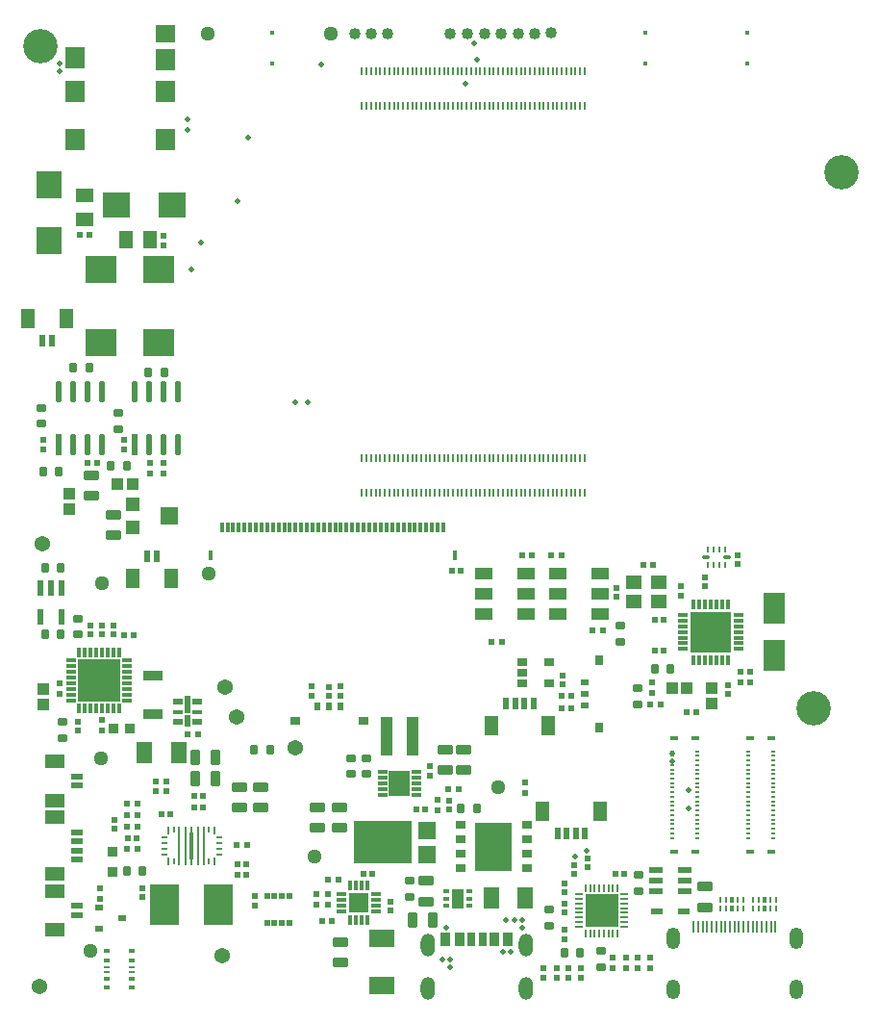
<source format=gts>
%FSTAX23Y23*%
%MOIN*%
%SFA1B1*%

%IPPOS*%
%AMD112*
4,1,8,0.008300,0.010200,-0.008300,0.010200,-0.011200,0.007300,-0.011200,-0.007300,-0.008300,-0.010200,0.008300,-0.010200,0.011200,-0.007300,0.011200,0.007300,0.008300,0.010200,0.0*
1,1,0.005800,0.008300,0.007300*
1,1,0.005800,-0.008300,0.007300*
1,1,0.005800,-0.008300,-0.007300*
1,1,0.005800,0.008300,-0.007300*
%
%AMD122*
4,1,8,0.013400,-0.011700,0.013400,0.011700,0.009800,0.015300,-0.009800,0.015300,-0.013400,0.011700,-0.013400,-0.011700,-0.009800,-0.015300,0.009800,-0.015300,0.013400,-0.011700,0.0*
1,1,0.007200,0.009800,-0.011700*
1,1,0.007200,0.009800,0.011700*
1,1,0.007200,-0.009800,0.011700*
1,1,0.007200,-0.009800,-0.011700*
%
%AMD123*
4,1,8,-0.015300,0.021900,-0.015300,-0.021900,-0.011200,-0.026000,0.011200,-0.026000,0.015300,-0.021900,0.015300,0.021900,0.011200,0.026000,-0.011200,0.026000,-0.015300,0.021900,0.0*
1,1,0.008200,-0.011200,0.021900*
1,1,0.008200,-0.011200,-0.021900*
1,1,0.008200,0.011200,-0.021900*
1,1,0.008200,0.011200,0.021900*
%
%AMD124*
4,1,8,0.011700,0.013400,-0.011700,0.013400,-0.015300,0.009800,-0.015300,-0.009800,-0.011700,-0.013400,0.011700,-0.013400,0.015300,-0.009800,0.015300,0.009800,0.011700,0.013400,0.0*
1,1,0.007200,0.011700,0.009800*
1,1,0.007200,-0.011700,0.009800*
1,1,0.007200,-0.011700,-0.009800*
1,1,0.007200,0.011700,-0.009800*
%
%AMD127*
4,1,8,-0.011000,0.026100,-0.011000,-0.026100,0.000000,-0.037200,0.000000,-0.037200,0.011000,-0.026100,0.011000,0.026100,0.000000,0.037200,0.000000,0.037200,-0.011000,0.026100,0.0*
1,1,0.022200,0.000000,0.026100*
1,1,0.022200,0.000000,-0.026100*
1,1,0.022200,0.000000,-0.026100*
1,1,0.022200,0.000000,0.026100*
%
%AMD152*
4,1,8,-0.021900,-0.015300,0.021900,-0.015300,0.026000,-0.011200,0.026000,0.011200,0.021900,0.015300,-0.021900,0.015300,-0.026000,0.011200,-0.026000,-0.011200,-0.021900,-0.015300,0.0*
1,1,0.008200,-0.021900,-0.011200*
1,1,0.008200,0.021900,-0.011200*
1,1,0.008200,0.021900,0.011200*
1,1,0.008200,-0.021900,0.011200*
%
%AMD157*
4,1,8,0.010200,-0.008300,0.010200,0.008300,0.007300,0.011200,-0.007300,0.011200,-0.010200,0.008300,-0.010200,-0.008300,-0.007300,-0.011200,0.007300,-0.011200,0.010200,-0.008300,0.0*
1,1,0.005800,0.007300,-0.008300*
1,1,0.005800,0.007300,0.008300*
1,1,0.005800,-0.007300,0.008300*
1,1,0.005800,-0.007300,-0.008300*
%
%AMD173*
4,1,8,0.012200,-0.004000,0.012200,0.004000,0.009900,0.006300,-0.009900,0.006300,-0.012200,0.004000,-0.012200,-0.004000,-0.009900,-0.006300,0.009900,-0.006300,0.012200,-0.004000,0.0*
1,1,0.004600,0.009900,-0.004000*
1,1,0.004600,0.009900,0.004000*
1,1,0.004600,-0.009900,0.004000*
1,1,0.004600,-0.009900,-0.004000*
%
%AMD174*
4,1,8,0.001900,0.011200,-0.001900,0.011200,-0.004300,0.008800,-0.004300,-0.008800,-0.001900,-0.011200,0.001900,-0.011200,0.004300,-0.008800,0.004300,0.008800,0.001900,0.011200,0.0*
1,1,0.004800,0.001900,0.008800*
1,1,0.004800,-0.001900,0.008800*
1,1,0.004800,-0.001900,-0.008800*
1,1,0.004800,0.001900,-0.008800*
%
%ADD25R,0.031500X0.023600*%
%ADD106C,0.054000*%
%ADD107C,0.050800*%
%ADD108R,0.028300X0.048000*%
%ADD109R,0.032300X0.048000*%
%ADD110R,0.036200X0.048000*%
%ADD111R,0.093300X0.089400*%
G04~CAMADD=112~8~0.0~0.0~224.0~205.0~29.0~0.0~15~0.0~0.0~0.0~0.0~0~0.0~0.0~0.0~0.0~0~0.0~0.0~0.0~0.0~224.0~205.0*
%ADD112D112*%
%ADD113R,0.024400X0.014600*%
%ADD114R,0.044100X0.067700*%
%ADD115R,0.063800X0.040200*%
%ADD116R,0.023600X0.022000*%
%ADD117R,0.012600X0.032300*%
%ADD118R,0.016500X0.032300*%
%ADD119R,0.087400X0.059800*%
%ADD120R,0.022000X0.023600*%
%ADD121R,0.039600X0.020100*%
G04~CAMADD=122~8~0.0~0.0~307.0~268.0~36.0~0.0~15~0.0~0.0~0.0~0.0~0~0.0~0.0~0.0~0.0~0~0.0~0.0~0.0~270.0~268.0~306.0*
%ADD122D122*%
G04~CAMADD=123~8~0.0~0.0~520.0~307.0~41.0~0.0~15~0.0~0.0~0.0~0.0~0~0.0~0.0~0.0~0.0~0~0.0~0.0~0.0~90.0~306.0~519.0*
%ADD123D123*%
G04~CAMADD=124~8~0.0~0.0~307.0~268.0~36.0~0.0~15~0.0~0.0~0.0~0.0~0~0.0~0.0~0.0~0.0~0~0.0~0.0~0.0~0.0~307.0~268.0*
%ADD124D124*%
%ADD125R,0.048000X0.048000*%
%ADD126R,0.059800X0.063800*%
G04~CAMADD=127~8~0.0~0.0~744.0~221.0~111.0~0.0~15~0.0~0.0~0.0~0.0~0~0.0~0.0~0.0~0.0~0~0.0~0.0~0.0~90.0~222.0~743.0*
%ADD127D127*%
%ADD128R,0.022100X0.074400*%
%ADD129R,0.010600X0.021500*%
%ADD130R,0.010600X0.024400*%
%ADD131R,0.024400X0.010600*%
%ADD132R,0.010600X0.134600*%
%ADD133R,0.010600X0.026400*%
%ADD134R,0.013800X0.093700*%
%ADD135R,0.040200X0.020500*%
%ADD136R,0.067700X0.048000*%
%ADD137R,0.028300X0.036200*%
%ADD138R,0.028300X0.024400*%
%ADD139R,0.036200X0.028300*%
%ADD140R,0.024400X0.028300*%
%ADD141R,0.012600X0.034300*%
%ADD142R,0.034300X0.012600*%
%ADD143R,0.146500X0.146500*%
%ADD144R,0.065700X0.063800*%
%ADD145R,0.065700X0.071700*%
%ADD146C,0.040200*%
%ADD147R,0.048000X0.067700*%
%ADD148R,0.020500X0.040200*%
%ADD149R,0.055900X0.048000*%
%ADD150R,0.073600X0.111000*%
%ADD151R,0.111000X0.095300*%
G04~CAMADD=152~8~0.0~0.0~520.0~307.0~41.0~0.0~15~0.0~0.0~0.0~0.0~0~0.0~0.0~0.0~0.0~0~0.0~0.0~0.0~180.0~520.0~306.0*
%ADD152D152*%
%ADD153R,0.038500X0.044300*%
%ADD154R,0.024400X0.016500*%
%ADD155R,0.024400X0.008700*%
%ADD156R,0.008700X0.028300*%
G04~CAMADD=157~8~0.0~0.0~224.0~205.0~29.0~0.0~15~0.0~0.0~0.0~0.0~0~0.0~0.0~0.0~0.0~0~0.0~0.0~0.0~270.0~204.0~224.0*
%ADD157D157*%
%ADD158R,0.030300X0.012600*%
%ADD159R,0.017300X0.009800*%
%ADD160R,0.059800X0.048000*%
%ADD161R,0.089400X0.093300*%
%ADD162R,0.067700X0.032300*%
%ADD163R,0.008700X0.030300*%
%ADD164R,0.030300X0.008700*%
%ADD165R,0.032300X0.012600*%
%ADD166R,0.032300X0.020500*%
%ADD167R,0.131500X0.166100*%
%ADD168R,0.048000X0.024400*%
%ADD169R,0.024400X0.055900*%
%ADD170R,0.009800X0.040200*%
%ADD171R,0.053900X0.073600*%
%ADD172R,0.044300X0.038500*%
G04~CAMADD=173~8~0.0~0.0~126.0~244.0~23.0~0.0~15~0.0~0.0~0.0~0.0~0~0.0~0.0~0.0~0.0~0~0.0~0.0~0.0~270.0~244.0~126.0*
%ADD173D173*%
G04~CAMADD=174~8~0.0~0.0~87.0~224.0~24.0~0.0~15~0.0~0.0~0.0~0.0~0~0.0~0.0~0.0~0.0~0~0.0~0.0~0.0~0.0~87.0~224.0*
%ADD174D174*%
%ADD175R,0.142500X0.142500*%
%ADD176R,0.032300X0.030300*%
%ADD177R,0.034300X0.034300*%
%ADD178R,0.016500X0.023000*%
%ADD179R,0.071700X0.089400*%
%ADD180R,0.008700X0.023000*%
%ADD181R,0.032300X0.032300*%
%ADD182R,0.020500X0.059100*%
%ADD183R,0.070100X0.070100*%
%ADD184R,0.048000X0.059800*%
%ADD185R,0.039400X0.134600*%
%ADD186R,0.019300X0.020100*%
%ADD187R,0.099200X0.142500*%
%ADD188R,0.061400X0.063800*%
%ADD189R,0.200000X0.150400*%
%ADD190R,0.113000X0.113000*%
%ADD191R,0.057900X0.071700*%
%ADD192R,0.036200X0.026400*%
%ADD193O,0.050000X0.079500*%
%ADD194C,0.016500*%
%ADD195C,0.000800*%
%ADD196O,0.048000X0.067700*%
%ADD197O,0.048000X0.075600*%
%ADD198C,0.118900*%
%ADD199C,0.018500*%
%LNmain_board-1*%
%LPD*%
G54D25*
X02748Y01413D03*
X02668Y01376D03*
Y0145D03*
G54D106*
X0247Y02712D03*
X03103Y02213D03*
X03142Y02112D03*
X03092Y01285D03*
X02459Y01178D03*
X03346Y02003D03*
G54D107*
X02637Y013D03*
X03413Y01627D03*
X03469Y04476D03*
X02676Y02575D03*
X03043Y04476D03*
X02675Y01968D03*
X03047Y02606D03*
X04051Y01866D03*
G54D108*
X03956Y0134D03*
X03996D03*
G54D109*
X04036Y0134D03*
X03916D03*
G54D110*
X03868Y0134D03*
X04084D03*
G54D111*
X02919Y03883D03*
X02726D03*
G54D112*
X02669Y01482D03*
Y01517D03*
X03503Y02218D03*
Y02183D03*
X03402Y02218D03*
Y02183D03*
X02531Y02192D03*
Y02228D03*
X04338Y01242D03*
X04252D03*
X04208D03*
X02865Y01889D03*
X04145Y01848D03*
X04889Y02232D03*
X04145Y01883D03*
X04535Y01277D03*
X04578D03*
X04492D03*
X04448D03*
X04295Y01242D03*
X04582Y0223D03*
X04925Y02232D03*
X04684Y02565D03*
X03841Y01789D03*
X02889Y03779D03*
X04208Y01206D03*
X04338D03*
X04448Y01242D03*
X04578D03*
X03208Y01456D03*
X0342Y01498D03*
X02842Y0299D03*
X03841Y01824D03*
X0346Y01498D03*
X04252Y01206D03*
X04295D03*
X04535Y01242D03*
X04492D03*
X029Y01854D03*
X02865D03*
X02842Y02954D03*
X02889D03*
Y03744D03*
X0346Y01462D03*
X0342D03*
X04684Y0253D03*
X04889Y02267D03*
X04925D03*
X02889Y0299D03*
X02677Y021D03*
Y02065D03*
X04582Y02194D03*
X03208Y01492D03*
X029Y01889D03*
G54D113*
X03869Y01507D03*
Y01482D03*
Y01456D03*
X03951D03*
Y01482D03*
Y01507D03*
G54D114*
X0391Y01482D03*
G54D115*
X04146Y02538D03*
X04001D03*
Y02469D03*
X04146D03*
X04001Y02607D03*
X04146D03*
X04402D03*
Y02469D03*
X04256Y02538D03*
Y02469D03*
Y02607D03*
X04402Y02538D03*
G54D116*
X0392Y02618D03*
X0389D03*
X02768Y01692D03*
X03176Y01602D03*
X04592Y02342D03*
X04593Y02448D03*
X04555Y02638D03*
X03798Y01791D03*
X04487Y01566D03*
X02996Y01799D03*
X03026Y01838D03*
X03613Y01568D03*
X03146Y01602D03*
Y01563D03*
X02798Y01692D03*
X03768Y01791D03*
X03582Y01568D03*
X02913Y01775D03*
X02882D03*
X03176Y01563D03*
X04457Y01566D03*
X04586Y02638D03*
X03026Y01799D03*
X02996Y01838D03*
X04623Y02342D03*
X04624Y02448D03*
G54D117*
X03761Y02769D03*
X03742D03*
X0323D03*
X03289D03*
X03781D03*
X03722D03*
X03702D03*
X03683D03*
X03663D03*
X03643D03*
X0325D03*
X0386D03*
X0382D03*
X03309D03*
X03171D03*
X03466D03*
X03446D03*
X03427D03*
X03407D03*
X03387D03*
X03368D03*
X03348D03*
X03328D03*
X0321D03*
X03624D03*
X03604D03*
X03584D03*
X03564D03*
X03545D03*
X03525D03*
X03505D03*
X03486D03*
X03801D03*
X0384D03*
X03269D03*
X03092D03*
X03112D03*
X03131D03*
X03151D03*
X0319D03*
X03596Y01409D03*
X03576D03*
Y01527D03*
X03537Y01409D03*
Y01527D03*
X03557D03*
X03596D03*
X03557Y01409D03*
G54D118*
X03053Y0267D03*
X03899D03*
G54D119*
X03648Y0118D03*
Y01345D03*
G54D120*
X0436Y01622D03*
Y01591D03*
X04279Y01342D03*
Y01373D03*
X03464Y02215D03*
Y02185D03*
X03815Y01909D03*
Y0194D03*
X04315Y01566D03*
Y01597D03*
X04275Y02225D03*
X04881Y0267D03*
X02637Y02398D03*
X04881Y0264D03*
X0272Y01755D03*
X04847Y0219D03*
X0446Y02557D03*
X04767Y02594D03*
X02677Y02428D03*
X02637Y02428D03*
X02472Y03039D03*
X02716Y02428D03*
X02752Y03039D03*
X04279Y01433D03*
Y01535D03*
X03881Y01791D03*
X04275Y02255D03*
X02594Y02063D03*
X02716Y02398D03*
X0272Y01725D03*
X02677Y02397D03*
X02818Y01519D03*
X03881Y01822D03*
X03677Y01441D03*
Y01472D03*
X04847Y0222D03*
X02472Y0307D03*
X02752Y0307D03*
X02818Y01488D03*
X0446Y02527D03*
X02594Y02094D03*
X04767Y02563D03*
X04279Y01464D03*
Y01504D03*
G54D121*
X046Y01437D03*
X04692D03*
G54D122*
X0428Y01295D03*
X04335D03*
X03204Y01996D03*
X03259D03*
X02535Y02397D03*
X04592Y02279D03*
X0248Y02397D03*
Y02626D03*
X02708Y0298D03*
X02633Y03322D03*
X02893Y03304D03*
X02763Y01578D03*
X02818D03*
X02578Y03322D03*
X02838Y03304D03*
X02763Y0298D03*
X04647Y02279D03*
X02535Y02626D03*
X03976Y01795D03*
X03921D03*
X02472Y0296D03*
X02527D03*
G54D123*
X03752Y01409D03*
X03822D03*
X03Y01972D03*
X0307D03*
Y01897D03*
X03D03*
G54D124*
X04408Y013D03*
Y01245D03*
X04534Y02155D03*
Y0221D03*
X04474Y02426D03*
Y02371D03*
X04537Y01507D03*
X02594Y02397D03*
X03539Y01968D03*
X03594D03*
X03744Y01488D03*
X02594Y02452D03*
X04228Y01389D03*
X04537Y01563D03*
X02539Y02039D03*
X02734Y03109D03*
X02468Y03126D03*
X03744Y01543D03*
X03539Y01913D03*
X03594D03*
X02539Y02094D03*
X04228Y01444D03*
X02468Y03181D03*
X02734Y03164D03*
G54D125*
X02783Y02846D03*
Y02767D03*
G54D126*
X02911Y02807D03*
G54D127*
X02941Y03054D03*
X02891Y03236D03*
X02841Y03054D03*
X02891D03*
X02841Y03236D03*
X02791D03*
X02941D03*
X02677Y03055D03*
X02627Y03237D03*
Y03055D03*
X02577Y03237D03*
Y03055D03*
X02527Y03237D03*
X02677D03*
G54D128*
X02791Y03054D03*
X02527Y03055D03*
G54D129*
X02988Y01608D03*
Y01722D03*
G54D130*
X03048Y0161D03*
X02927D03*
Y0172D03*
X03048D03*
G54D131*
X02893Y01635D03*
Y01655D03*
Y01675D03*
Y01694D03*
X03082D03*
Y01675D03*
Y01655D03*
Y01635D03*
G54D132*
X02945Y01665D03*
X02966D03*
X03009D03*
X0303D03*
G54D133*
X02907Y01611D03*
X03068D03*
Y01719D03*
X02907D03*
G54D134*
X02988Y01665D03*
G54D135*
X0259Y01905D03*
Y01874D03*
Y01618D03*
Y01649D03*
Y01681D03*
Y01712D03*
Y01456D03*
Y01425D03*
G54D136*
X02513Y01956D03*
Y01822D03*
Y01566D03*
Y01763D03*
Y01374D03*
Y01507D03*
G54D137*
X04401Y02073D03*
Y02309D03*
G54D138*
X04351Y02152D03*
X04351Y02191D03*
X04351Y0223D03*
G54D139*
X03347Y02098D03*
X03583D03*
G54D140*
X03425Y02147D03*
X03465Y02147D03*
X03504Y02147D03*
G54D141*
X02736Y02141D03*
Y02334D03*
X02696D03*
X02598Y02141D03*
Y02334D03*
X02618D03*
X02677Y02141D03*
X02716Y02334D03*
X02657D03*
X02618Y02141D03*
X02677Y02334D03*
X02637Y02141D03*
Y02334D03*
X02657Y02141D03*
X02696D03*
X02716D03*
X04748Y02309D03*
X04807D03*
X04787Y02502D03*
X04807D03*
X04728Y02309D03*
Y02502D03*
X04748D03*
X04826D03*
X04846D03*
X04787Y02309D03*
X04767D03*
X04846D03*
X04767Y02502D03*
X04826Y02309D03*
G54D142*
X02763Y02169D03*
Y02189D03*
Y02208D03*
Y02228D03*
Y02248D03*
Y02267D03*
X0257D03*
X02763Y02307D03*
Y02287D03*
X0257Y02307D03*
Y02189D03*
Y02287D03*
Y02169D03*
Y02248D03*
Y02228D03*
Y02208D03*
X0469Y02366D03*
Y02385D03*
X04883D03*
Y02405D03*
Y02444D03*
Y02464D03*
X0469D03*
X04883Y02346D03*
Y02366D03*
Y02425D03*
X0469Y02405D03*
Y02425D03*
Y02444D03*
Y02346D03*
G54D143*
X02667Y02238D03*
G54D144*
X02897Y04479D03*
G54D145*
X02584Y04111D03*
Y04276D03*
Y04395D03*
X02897Y04111D03*
Y04276D03*
Y04389D03*
G54D146*
X0406Y04478D03*
X03552Y04478D03*
X04002D03*
X04119D03*
X03885D03*
X04177Y04479D03*
X03943Y04478D03*
X0361Y04478D03*
X04235Y0448D03*
X03668Y04478D03*
G54D147*
X0242Y03492D03*
X02553D03*
X04026Y0208D03*
X04223D03*
X04402Y01785D03*
X04205D03*
X02917Y02592D03*
X02783D03*
G54D148*
X02471Y03415D03*
X02502D03*
X04077Y02157D03*
X04109D03*
X0414D03*
X04172D03*
X04351Y01708D03*
X0432D03*
X04288D03*
X04257D03*
X02834Y02669D03*
X02866D03*
X02974Y02096D03*
G54D149*
X04519Y0251D03*
X04606Y02577D03*
X04519D03*
X04606Y0251D03*
G54D150*
X05007Y02324D03*
Y02486D03*
G54D151*
X02673Y03661D03*
Y03409D03*
X02874D03*
Y03661D03*
G54D152*
X02641Y02948D03*
Y02878D03*
X03227Y01799D03*
Y01869D03*
X03866Y01929D03*
Y01999D03*
X02716Y02811D03*
X04767Y01452D03*
X03929Y01929D03*
X04767Y01523D03*
X03425Y01798D03*
X035D03*
X03799Y01472D03*
X02716Y0274D03*
X03929Y01999D03*
X03152Y01869D03*
X03799Y01543D03*
X03425Y01728D03*
X035D03*
X03152Y01799D03*
X03503Y01332D03*
Y01261D03*
G54D153*
X02563Y02883D03*
Y0283D03*
X02475Y02207D03*
Y02154D03*
X04791Y02159D03*
Y02212D03*
G54D154*
X02692Y01268D03*
X02779Y01301D03*
Y01268D03*
Y01205D03*
Y01173D03*
X02692D03*
Y01301D03*
Y01205D03*
G54D155*
X02779Y01245D03*
X02692D03*
Y01229D03*
X02779D03*
G54D156*
X04224Y02888D03*
X0424D03*
X03594Y04227D03*
Y04348D03*
X0361Y04227D03*
Y04348D03*
X03626Y04227D03*
Y04348D03*
X03641Y04227D03*
Y04348D03*
X03657Y04227D03*
Y04348D03*
X03673Y04227D03*
Y04348D03*
X03689Y04227D03*
Y04348D03*
X03704Y04227D03*
Y04348D03*
X0372Y04227D03*
Y04348D03*
X03736Y04227D03*
Y04348D03*
X03752Y04227D03*
Y04348D03*
X03767Y04227D03*
Y04348D03*
X03783Y04227D03*
Y04348D03*
X03799Y04227D03*
Y04348D03*
X03815Y04227D03*
Y04348D03*
X0383Y04227D03*
Y04348D03*
X03846Y04227D03*
Y04348D03*
X03862Y04227D03*
Y04348D03*
X03878Y04227D03*
Y04348D03*
X03893Y04227D03*
Y04348D03*
X03909Y04227D03*
Y04348D03*
X03925Y04227D03*
Y04348D03*
X0394Y04227D03*
Y04348D03*
X03956Y04227D03*
Y04348D03*
X03972Y04227D03*
Y04348D03*
X03988Y04227D03*
Y04348D03*
X04003Y04227D03*
Y04348D03*
X04019Y04227D03*
Y04348D03*
X04035Y04227D03*
Y04348D03*
X04051Y04227D03*
Y04348D03*
X04066Y04227D03*
Y04348D03*
X04082Y04227D03*
Y04348D03*
X03878Y02888D03*
Y03009D03*
X03893Y02888D03*
Y03009D03*
X03909Y02888D03*
Y03009D03*
X03925Y02888D03*
Y03009D03*
X0394Y02888D03*
Y03009D03*
X03956Y02888D03*
Y03009D03*
X03972Y02888D03*
Y03009D03*
X03988Y02888D03*
Y03009D03*
X04003Y02888D03*
Y03009D03*
X04019Y02888D03*
Y03009D03*
X04035Y02888D03*
Y03009D03*
X04051Y02888D03*
Y03009D03*
X04066Y02888D03*
Y03009D03*
X04082Y02888D03*
Y03009D03*
X04098Y02888D03*
Y03009D03*
X04114Y02888D03*
Y03009D03*
X04129Y02888D03*
Y03009D03*
X04145Y02888D03*
Y03009D03*
X04161Y02888D03*
Y03009D03*
X04177Y02888D03*
Y03009D03*
X04192Y02888D03*
Y03009D03*
X04208Y02888D03*
Y03009D03*
X04224D03*
X0424D03*
X04255Y02888D03*
Y03009D03*
X04271Y02888D03*
Y03009D03*
X04287Y02888D03*
Y03009D03*
X04303Y02888D03*
Y03009D03*
X04318Y02888D03*
Y03009D03*
X04334Y02888D03*
Y03009D03*
X0435Y02888D03*
Y03009D03*
X03578Y04227D03*
Y04348D03*
Y02888D03*
Y03009D03*
X03594Y02888D03*
Y03009D03*
X0361Y02888D03*
Y03009D03*
X03626Y02888D03*
Y03009D03*
X03641Y02888D03*
Y03009D03*
X03657Y02888D03*
Y03009D03*
X03673Y02888D03*
Y03009D03*
X03689Y02888D03*
Y03009D03*
X03704Y02888D03*
Y03009D03*
X0372Y02888D03*
Y03009D03*
X03736Y02888D03*
Y03009D03*
X03752Y02888D03*
Y03009D03*
X03767Y02888D03*
Y03009D03*
X03783Y02888D03*
Y03009D03*
X03799Y02888D03*
Y03009D03*
X03815Y02888D03*
Y03009D03*
X0383Y02888D03*
Y03009D03*
X03846Y02888D03*
Y03009D03*
X03862Y02888D03*
Y03009D03*
X04098Y04227D03*
Y04348D03*
X04114Y04227D03*
Y04348D03*
X04129Y04227D03*
Y04348D03*
X04145Y04227D03*
Y04348D03*
X04161Y04227D03*
Y04348D03*
X04177Y04227D03*
Y04348D03*
X04192Y04227D03*
Y04348D03*
X04208Y04227D03*
Y04348D03*
X0435D03*
Y04227D03*
X04334Y04348D03*
Y04227D03*
X04318Y04348D03*
Y04227D03*
X04303Y04348D03*
Y04227D03*
X04287Y04348D03*
Y04227D03*
X04271Y04348D03*
Y04227D03*
X04255Y04348D03*
Y04227D03*
X0424Y04348D03*
Y04227D03*
X04224Y04348D03*
Y04227D03*
G54D157*
X04269Y02185D03*
X04305D03*
X02765Y01811D03*
X04305Y02141D03*
X03913Y01862D03*
X03009Y02051D03*
X04614Y02153D03*
X04168Y02672D03*
X04235D03*
X02765Y01771D03*
X0318Y01666D03*
X02765Y01653D03*
X04412Y02412D03*
X04702Y02126D03*
X02599Y03781D03*
X04064Y0237D03*
X04269Y02141D03*
X03439Y01405D03*
X03461Y01549D03*
X02752Y02393D03*
X02765Y01732D03*
X02801D03*
X03878Y01862D03*
X02661Y02992D03*
X02634Y03781D03*
X04376Y02412D03*
X04028Y0237D03*
X0427Y02672D03*
X04132D03*
X04738Y02126D03*
X02626Y02992D03*
X03144Y01666D03*
X02787Y02393D03*
X02801Y01653D03*
Y01771D03*
Y01811D03*
X03474Y01405D03*
X03497Y01549D03*
X04578Y02153D03*
X02974Y02051D03*
G54D158*
X04924Y01645D03*
X04997D03*
X04924Y02039D03*
X04997D03*
X0466Y01645D03*
X04733D03*
X0466Y02039D03*
X04733D03*
G54D159*
X04917Y01976D03*
Y01992D03*
X05003Y01976D03*
Y01992D03*
X04917Y01724D03*
Y0174D03*
X05003Y01692D03*
Y01708D03*
X04917Y01818D03*
Y01755D03*
Y01866D03*
Y01913D03*
Y0196D03*
X05003Y01913D03*
Y01881D03*
Y01897D03*
Y0196D03*
Y01944D03*
Y01929D03*
X04917Y0185D03*
X05003Y01787D03*
Y01803D03*
Y0174D03*
Y01724D03*
Y01755D03*
Y01771D03*
Y01834D03*
Y0185D03*
X04917Y01881D03*
Y01897D03*
Y01929D03*
Y01944D03*
Y01803D03*
Y01771D03*
Y01787D03*
Y01834D03*
Y01708D03*
X05003Y01866D03*
Y01818D03*
X04917Y01692D03*
X04654Y01976D03*
X0474D03*
X04654Y01992D03*
X0474D03*
X04654Y01944D03*
Y0196D03*
X0474Y01929D03*
Y01944D03*
Y01881D03*
Y01897D03*
X04654Y01692D03*
Y01708D03*
Y01803D03*
Y01787D03*
X0474Y01755D03*
Y0174D03*
Y01803D03*
Y01834D03*
Y01818D03*
Y01787D03*
Y01771D03*
X04654Y01913D03*
Y01929D03*
Y01866D03*
X0474Y0185D03*
Y01866D03*
X04654Y01881D03*
Y01897D03*
X0474Y0196D03*
Y01913D03*
X04654Y01724D03*
Y01755D03*
Y01771D03*
Y01834D03*
Y0185D03*
Y0174D03*
X0474Y01692D03*
Y01708D03*
Y01724D03*
X04654Y01818D03*
G54D160*
X02618Y03835D03*
Y03918D03*
G54D161*
X02492Y03761D03*
Y03954D03*
G54D162*
X02854Y02122D03*
Y02255D03*
G54D163*
X04433Y01362D03*
X04464Y01519D03*
X04448D03*
X0437Y01362D03*
X04385D03*
X04417D03*
X04448D03*
X04354Y01519D03*
X04417D03*
X04401D03*
X04385D03*
X0437D03*
X04464Y01362D03*
X04401D03*
X04354D03*
X04433Y01519D03*
G54D164*
X04488Y01401D03*
Y01448D03*
X0433Y01401D03*
Y01496D03*
X04488D03*
Y0148D03*
Y01417D03*
Y01464D03*
Y01433D03*
Y01385D03*
X0433Y01448D03*
Y01433D03*
Y01417D03*
Y0148D03*
Y01464D03*
Y01385D03*
G54D165*
X03007Y02129D03*
X03507Y01498D03*
Y01439D03*
X03649Y01842D03*
X03767Y01901D03*
X03649Y01881D03*
X0294Y02129D03*
X03649Y01862D03*
X03767D03*
X03507Y01478D03*
X03767Y01881D03*
Y01842D03*
X03626Y01498D03*
Y01439D03*
Y01458D03*
Y01478D03*
X03507Y01458D03*
X03767Y01921D03*
X03649D03*
Y01901D03*
G54D166*
X03007Y02165D03*
X0294D03*
Y02094D03*
X03007D03*
G54D167*
X04035Y01661D03*
G54D168*
X04696Y01545D03*
Y01582D03*
X04598D03*
Y01507D03*
X04696D03*
X04598Y01545D03*
G54D169*
X02462Y02458D03*
X02537D03*
X025Y02557D03*
X02537D03*
X02462D03*
G54D170*
X04759Y01384D03*
X04744D03*
X04807D03*
X04822D03*
X0487D03*
X04964D03*
X04917D03*
X05011D03*
X04996D03*
X0498D03*
X04948D03*
X04933D03*
X04901D03*
X04885D03*
X04854D03*
X04838D03*
X04775D03*
X04791D03*
X04728D03*
G54D171*
X02822Y01988D03*
X02942D03*
G54D172*
X0273Y02917D03*
X04705Y02212D03*
X02783Y02917D03*
X04652Y02212D03*
G54D173*
X04842Y02665D03*
X04771D03*
G54D174*
X04777Y02638D03*
X04836D03*
X04816D03*
X04797D03*
Y02691D03*
X04777D03*
X04836D03*
X04816D03*
G54D175*
X04787Y02405D03*
G54D176*
X04149Y01586D03*
X03921D03*
Y01736D03*
Y01686D03*
Y01636D03*
X04149D03*
Y01686D03*
Y01736D03*
G54D177*
X02712Y01644D03*
Y01575D03*
G54D178*
X0486Y01446D03*
Y01479D03*
X04974D03*
Y01446D03*
G54D179*
X03708Y01881D03*
G54D180*
X04935Y01479D03*
X04899D03*
X04879D03*
X0484D03*
X0482D03*
X05013Y01446D03*
X04994D03*
X04954D03*
X04935D03*
X04899D03*
X04879D03*
X0484D03*
X0482D03*
X05013Y01479D03*
X04994D03*
X04954D03*
G54D181*
X02775Y0207D03*
X02716D03*
G54D182*
X02974Y02153D03*
G54D183*
X03566Y01468D03*
G54D184*
X02842Y03763D03*
X02759D03*
G54D185*
X03755Y02043D03*
X03662D03*
G54D186*
X03275Y01397D03*
X0325D03*
Y01492D03*
X03326D03*
X03301D03*
X03275D03*
X03301Y01397D03*
X03326D03*
G54D187*
X02895Y0146D03*
X0308D03*
G54D188*
X03803Y01719D03*
Y01635D03*
G54D189*
X03649Y01677D03*
G54D190*
X04409Y0144D03*
G54D191*
X04143Y01484D03*
X04027D03*
G54D192*
X04227Y02226D03*
Y02301D03*
X04132Y02263D03*
Y02301D03*
Y02226D03*
G54D193*
X03806Y01172D03*
Y0132D03*
X04146D03*
Y01172D03*
G54D194*
X04913Y0448D03*
Y04374D03*
X04559D03*
Y0448D03*
X03267Y04374D03*
Y0448D03*
G54D195*
X044Y0225D03*
Y02132D03*
X03524Y02098D03*
X03406D03*
G54D196*
X04656Y01166D03*
X05083D03*
G54D197*
X04656Y01343D03*
X05083D03*
G54D198*
X05145Y02141D03*
X05239Y03996D03*
X02464Y04433D03*
G54D199*
X03885Y01271D03*
X03436Y0437D03*
X03185Y04118D03*
X03146Y03899D03*
X03966Y04444D03*
X03978Y04387D03*
X03936Y04305D03*
X0441Y01441D03*
X04446Y01477D03*
X04709Y01859D03*
Y01793D03*
X04653Y01956D03*
Y01984D03*
X02988Y0366D03*
X04358Y01649D03*
X04318Y01626D03*
X02972Y04145D03*
Y0418D03*
X02531Y04346D03*
Y04374D03*
X04066Y01299D03*
X04094D03*
X0387Y01381D03*
X03858Y01271D03*
X03885Y01244D03*
X04133Y01409D03*
X04106D03*
X04078D03*
X04133Y01381D03*
X03019Y03755D03*
X03346Y032D03*
X03389D03*
M02*
</source>
